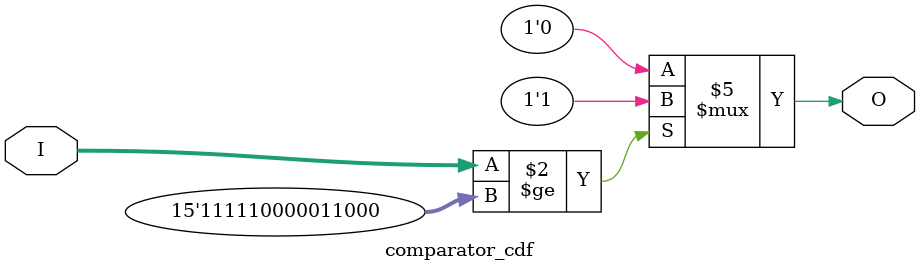
<source format=sv>
module comparator_cdf(I,O);
input [14:0] I; //modified to carry 32768
output reg O;
genvar k; // Declare a generate variable

initial
begin
O=0; //initial output to 0
end
 

always @(*) begin
    if (I >= 15'd31768) begin //change to find the max value
        O = 1'b1;
    end
    else begin
        O = 1'b0;
    end
end


endmodule
</source>
